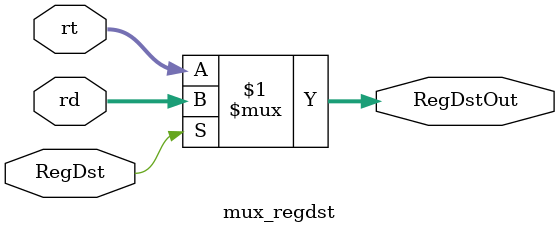
<source format=v>
module mux_regdst (
    input wire [4:0] rt,
    input wire [4:0] rd,
    input wire RegDst,
    output wire [4:0] RegDstOut
);
    assign RegDstOut = RegDst ? rd : rt;
endmodule
</source>
